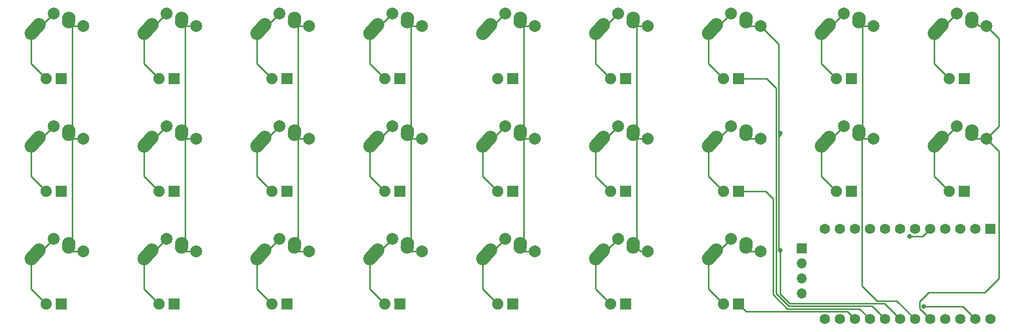
<source format=gbr>
%TF.GenerationSoftware,KiCad,Pcbnew,6.99.0*%
%TF.CreationDate,2022-01-01T23:32:49+11:00*%
%TF.ProjectId,help,68656c70-2e6b-4696-9361-645f70636258,rev?*%
%TF.SameCoordinates,Original*%
%TF.FileFunction,Copper,L1,Top*%
%TF.FilePolarity,Positive*%
%FSLAX46Y46*%
G04 Gerber Fmt 4.6, Leading zero omitted, Abs format (unit mm)*
G04 Created by KiCad (PCBNEW 6.99.0) date 2022-01-01 23:32:49*
%MOMM*%
%LPD*%
G01*
G04 APERTURE LIST*
G04 Aperture macros list*
%AMHorizOval*
0 Thick line with rounded ends*
0 $1 width*
0 $2 $3 position (X,Y) of the first rounded end (center of the circle)*
0 $4 $5 position (X,Y) of the second rounded end (center of the circle)*
0 Add line between two ends*
20,1,$1,$2,$3,$4,$5,0*
0 Add two circle primitives to create the rounded ends*
1,1,$1,$2,$3*
1,1,$1,$4,$5*%
G04 Aperture macros list end*
%TA.AperFunction,ComponentPad*%
%ADD10HorizOval,2.250000X0.654995X0.730004X-0.654995X-0.730004X0*%
%TD*%
%TA.AperFunction,ComponentPad*%
%ADD11C,2.250000*%
%TD*%
%TA.AperFunction,ComponentPad*%
%ADD12C,2.000000*%
%TD*%
%TA.AperFunction,ComponentPad*%
%ADD13HorizOval,2.250000X0.019771X0.290016X-0.019771X-0.290016X0*%
%TD*%
%TA.AperFunction,ComponentPad*%
%ADD14C,1.905000*%
%TD*%
%TA.AperFunction,ComponentPad*%
%ADD15R,1.905000X1.905000*%
%TD*%
%TA.AperFunction,ComponentPad*%
%ADD16R,1.700000X1.700000*%
%TD*%
%TA.AperFunction,ComponentPad*%
%ADD17O,1.700000X1.700000*%
%TD*%
%TA.AperFunction,ComponentPad*%
%ADD18R,1.752600X1.752600*%
%TD*%
%TA.AperFunction,ComponentPad*%
%ADD19C,1.752600*%
%TD*%
%TA.AperFunction,ViaPad*%
%ADD20C,0.800000*%
%TD*%
%TA.AperFunction,Conductor*%
%ADD21C,0.250000*%
%TD*%
G04 APERTURE END LIST*
D10*
%TO.P,SW25,1*%
%TO.N,Net-(SW25-Pad1)*%
X190519995Y-38004996D03*
D11*
X191175000Y-37275000D03*
D12*
X193675000Y-35375000D03*
D13*
%TO.P,SW25,2*%
%TO.N,col8*%
X196194771Y-36484984D03*
D11*
X196215000Y-36195000D03*
D12*
X198675000Y-37475000D03*
D14*
%TO.P,SW25,3*%
%TO.N,Net-(SW25-Pad1)*%
X192405000Y-46355000D03*
D15*
%TO.P,SW25,4*%
%TO.N,row0*%
X194945000Y-46355000D03*
%TD*%
D16*
%TO.P,J1,1,Pin_1*%
%TO.N,SDA*%
X167506250Y-75088750D03*
D17*
%TO.P,J1,2,Pin_2*%
%TO.N,SCL*%
X167506250Y-77628750D03*
%TO.P,J1,3,Pin_3*%
%TO.N,+5V*%
X167506250Y-80168750D03*
%TO.P,J1,4,Pin_4*%
%TO.N,GND*%
X167506250Y-82708750D03*
%TD*%
D10*
%TO.P,SW16,1*%
%TO.N,Net-(SW16-Pad1)*%
X133369995Y-38004996D03*
D11*
X134025000Y-37275000D03*
D12*
X136525000Y-35375000D03*
D13*
%TO.P,SW16,2*%
%TO.N,col5*%
X139044771Y-36484984D03*
D11*
X139065000Y-36195000D03*
D12*
X141525000Y-37475000D03*
D14*
%TO.P,SW16,3*%
%TO.N,Net-(SW16-Pad1)*%
X135255000Y-46355000D03*
D15*
%TO.P,SW16,4*%
%TO.N,row0*%
X137795000Y-46355000D03*
%TD*%
D10*
%TO.P,SW15,1*%
%TO.N,Net-(SW15-Pad1)*%
X114319995Y-76104996D03*
D11*
X114975000Y-75375000D03*
D12*
X117475000Y-73475000D03*
D13*
%TO.P,SW15,2*%
%TO.N,col4*%
X119994771Y-74584984D03*
D11*
X120015000Y-74295000D03*
D12*
X122475000Y-75575000D03*
D14*
%TO.P,SW15,3*%
%TO.N,Net-(SW15-Pad1)*%
X116205000Y-84455000D03*
D15*
%TO.P,SW15,4*%
%TO.N,row2*%
X118745000Y-84455000D03*
%TD*%
D10*
%TO.P,SW5,1*%
%TO.N,Net-(SW5-Pad1)*%
X57169995Y-57054996D03*
D11*
X57825000Y-56325000D03*
D12*
X60325000Y-54425000D03*
D13*
%TO.P,SW5,2*%
%TO.N,col1*%
X62844771Y-55534984D03*
D11*
X62865000Y-55245000D03*
D12*
X65325000Y-56525000D03*
D14*
%TO.P,SW5,3*%
%TO.N,Net-(SW5-Pad1)*%
X59055000Y-65405000D03*
D15*
%TO.P,SW5,4*%
%TO.N,row1*%
X61595000Y-65405000D03*
%TD*%
D10*
%TO.P,SW13,1*%
%TO.N,Net-(SW13-Pad1)*%
X114319995Y-38004996D03*
D11*
X114975000Y-37275000D03*
D12*
X117475000Y-35375000D03*
D13*
%TO.P,SW13,2*%
%TO.N,col4*%
X119994771Y-36484984D03*
D11*
X120015000Y-36195000D03*
D12*
X122475000Y-37475000D03*
D14*
%TO.P,SW13,3*%
%TO.N,Net-(SW13-Pad1)*%
X116205000Y-46355000D03*
D15*
%TO.P,SW13,4*%
%TO.N,row0*%
X118745000Y-46355000D03*
%TD*%
D10*
%TO.P,SW10,1*%
%TO.N,Net-(SW10-Pad1)*%
X95269995Y-38004996D03*
D11*
X95925000Y-37275000D03*
D12*
X98425000Y-35375000D03*
D13*
%TO.P,SW10,2*%
%TO.N,col3*%
X100944771Y-36484984D03*
D11*
X100965000Y-36195000D03*
D12*
X103425000Y-37475000D03*
D14*
%TO.P,SW10,3*%
%TO.N,Net-(SW10-Pad1)*%
X97155000Y-46355000D03*
D15*
%TO.P,SW10,4*%
%TO.N,row0*%
X99695000Y-46355000D03*
%TD*%
D10*
%TO.P,SW4,1*%
%TO.N,Net-(SW4-Pad1)*%
X57169995Y-38004996D03*
D11*
X57825000Y-37275000D03*
D12*
X60325000Y-35375000D03*
D13*
%TO.P,SW4,2*%
%TO.N,col1*%
X62844771Y-36484984D03*
D11*
X62865000Y-36195000D03*
D12*
X65325000Y-37475000D03*
D14*
%TO.P,SW4,3*%
%TO.N,Net-(SW4-Pad1)*%
X59055000Y-46355000D03*
D15*
%TO.P,SW4,4*%
%TO.N,row0*%
X61595000Y-46355000D03*
%TD*%
D10*
%TO.P,SW17,1*%
%TO.N,Net-(SW17-Pad1)*%
X133369995Y-57054996D03*
D11*
X134025000Y-56325000D03*
D12*
X136525000Y-54425000D03*
D13*
%TO.P,SW17,2*%
%TO.N,col5*%
X139044771Y-55534984D03*
D11*
X139065000Y-55245000D03*
D12*
X141525000Y-56525000D03*
D14*
%TO.P,SW17,3*%
%TO.N,Net-(SW17-Pad1)*%
X135255000Y-65405000D03*
D15*
%TO.P,SW17,4*%
%TO.N,row1*%
X137795000Y-65405000D03*
%TD*%
D10*
%TO.P,SW8,1*%
%TO.N,Net-(SW8-Pad1)*%
X76219995Y-57054996D03*
D11*
X76875000Y-56325000D03*
D12*
X79375000Y-54425000D03*
D13*
%TO.P,SW8,2*%
%TO.N,col2*%
X81894771Y-55534984D03*
D11*
X81915000Y-55245000D03*
D12*
X84375000Y-56525000D03*
D14*
%TO.P,SW8,3*%
%TO.N,Net-(SW8-Pad1)*%
X78105000Y-65405000D03*
D15*
%TO.P,SW8,4*%
%TO.N,row1*%
X80645000Y-65405000D03*
%TD*%
D10*
%TO.P,SW7,1*%
%TO.N,Net-(SW7-Pad1)*%
X76219995Y-38004996D03*
D11*
X76875000Y-37275000D03*
D12*
X79375000Y-35375000D03*
D13*
%TO.P,SW7,2*%
%TO.N,col2*%
X81894771Y-36484984D03*
D11*
X81915000Y-36195000D03*
D12*
X84375000Y-37475000D03*
D14*
%TO.P,SW7,3*%
%TO.N,Net-(SW7-Pad1)*%
X78105000Y-46355000D03*
D15*
%TO.P,SW7,4*%
%TO.N,row0*%
X80645000Y-46355000D03*
%TD*%
D10*
%TO.P,SW19,1*%
%TO.N,Net-(SW19-Pad1)*%
X152419995Y-38004996D03*
D11*
X153075000Y-37275000D03*
D12*
X155575000Y-35375000D03*
D13*
%TO.P,SW19,2*%
%TO.N,col6*%
X158094771Y-36484984D03*
D11*
X158115000Y-36195000D03*
D12*
X160575000Y-37475000D03*
D14*
%TO.P,SW19,3*%
%TO.N,Net-(SW19-Pad1)*%
X154305000Y-46355000D03*
D15*
%TO.P,SW19,4*%
%TO.N,row0*%
X156845000Y-46355000D03*
%TD*%
D18*
%TO.P,U1,1,TX0/PD3*%
%TO.N,unconnected-(U1-TX0/PD3)*%
X199333250Y-71755000D03*
D19*
%TO.P,U1,2,RX1/PD2*%
%TO.N,unconnected-(U1-RX1/PD2)*%
X196793250Y-71755000D03*
%TO.P,U1,3,GND*%
%TO.N,unconnected-(U1-GND)_1*%
X194253250Y-71755000D03*
%TO.P,U1,4,GND*%
%TO.N,unconnected-(U1-GND)*%
X191713250Y-71755000D03*
%TO.P,U1,5,2/PD1*%
%TO.N,SDA*%
X189173250Y-71755000D03*
%TO.P,U1,6,3/PD0*%
%TO.N,SCL*%
X186633250Y-71755000D03*
%TO.P,U1,7,4/PD4*%
%TO.N,col0*%
X184093250Y-71755000D03*
%TO.P,U1,8,5/PC6*%
%TO.N,col1*%
X181553250Y-71755000D03*
%TO.P,U1,9,6/PD7*%
%TO.N,col2*%
X179013250Y-71755000D03*
%TO.P,U1,10,7/PE6*%
%TO.N,col3*%
X176473250Y-71755000D03*
%TO.P,U1,11,8/PB4*%
%TO.N,col4*%
X173933250Y-71755000D03*
%TO.P,U1,12,9/PB5*%
%TO.N,col5*%
X171393250Y-71755000D03*
%TO.P,U1,13,10/PB6*%
%TO.N,unconnected-(U1-10/PB6)*%
X171393250Y-86995000D03*
%TO.P,U1,14,16/PB2*%
%TO.N,unconnected-(U1-16/PB2)*%
X173933250Y-86995000D03*
%TO.P,U1,15,14/PB3*%
%TO.N,row2*%
X176473250Y-86995000D03*
%TO.P,U1,16,15/PB1*%
%TO.N,row1*%
X179013250Y-86995000D03*
%TO.P,U1,17,A0/PF7*%
%TO.N,row0*%
X181553250Y-86995000D03*
%TO.P,U1,18,A1/PF6*%
%TO.N,col6*%
X184093250Y-86995000D03*
%TO.P,U1,19,A2/PF5*%
%TO.N,col7*%
X186633250Y-86995000D03*
%TO.P,U1,20,A3/PF4*%
%TO.N,col8*%
X189173250Y-86995000D03*
%TO.P,U1,21,VCC*%
%TO.N,+5V*%
X191713250Y-86995000D03*
%TO.P,U1,22,RST*%
%TO.N,unconnected-(U1-RST)*%
X194253250Y-86995000D03*
%TO.P,U1,23,GND*%
%TO.N,GND*%
X196793250Y-86995000D03*
%TO.P,U1,24,RAW*%
%TO.N,unconnected-(U1-RAW)*%
X199333250Y-86995000D03*
%TD*%
D10*
%TO.P,SW20,1*%
%TO.N,Net-(SW20-Pad1)*%
X152419995Y-57054996D03*
D11*
X153075000Y-56325000D03*
D12*
X155575000Y-54425000D03*
D13*
%TO.P,SW20,2*%
%TO.N,col6*%
X158094771Y-55534984D03*
D11*
X158115000Y-55245000D03*
D12*
X160575000Y-56525000D03*
D14*
%TO.P,SW20,3*%
%TO.N,Net-(SW20-Pad1)*%
X154305000Y-65405000D03*
D15*
%TO.P,SW20,4*%
%TO.N,row1*%
X156845000Y-65405000D03*
%TD*%
D10*
%TO.P,SW11,1*%
%TO.N,Net-(SW11-Pad1)*%
X95269995Y-57054996D03*
D11*
X95925000Y-56325000D03*
D12*
X98425000Y-54425000D03*
D13*
%TO.P,SW11,2*%
%TO.N,col3*%
X100944771Y-55534984D03*
D11*
X100965000Y-55245000D03*
D12*
X103425000Y-56525000D03*
D14*
%TO.P,SW11,3*%
%TO.N,Net-(SW11-Pad1)*%
X97155000Y-65405000D03*
D15*
%TO.P,SW11,4*%
%TO.N,row1*%
X99695000Y-65405000D03*
%TD*%
D10*
%TO.P,SW26,1*%
%TO.N,Net-(SW26-Pad1)*%
X190519995Y-57054996D03*
D11*
X191175000Y-56325000D03*
D12*
X193675000Y-54425000D03*
D13*
%TO.P,SW26,2*%
%TO.N,col8*%
X196194771Y-55534984D03*
D11*
X196215000Y-55245000D03*
D12*
X198675000Y-56525000D03*
D14*
%TO.P,SW26,3*%
%TO.N,Net-(SW26-Pad1)*%
X192405000Y-65405000D03*
D15*
%TO.P,SW26,4*%
%TO.N,row1*%
X194945000Y-65405000D03*
%TD*%
D10*
%TO.P,SW21,1*%
%TO.N,Net-(SW21-Pad1)*%
X152419995Y-76104996D03*
D11*
X153075000Y-75375000D03*
D12*
X155575000Y-73475000D03*
D13*
%TO.P,SW21,2*%
%TO.N,col6*%
X158094771Y-74584984D03*
D11*
X158115000Y-74295000D03*
D12*
X160575000Y-75575000D03*
D14*
%TO.P,SW21,3*%
%TO.N,Net-(SW21-Pad1)*%
X154305000Y-84455000D03*
D15*
%TO.P,SW21,4*%
%TO.N,row2*%
X156845000Y-84455000D03*
%TD*%
D10*
%TO.P,SW14,1*%
%TO.N,Net-(SW14-Pad1)*%
X114319995Y-57054996D03*
D11*
X114975000Y-56325000D03*
D12*
X117475000Y-54425000D03*
D13*
%TO.P,SW14,2*%
%TO.N,col4*%
X119994771Y-55534984D03*
D11*
X120015000Y-55245000D03*
D12*
X122475000Y-56525000D03*
D14*
%TO.P,SW14,3*%
%TO.N,Net-(SW14-Pad1)*%
X116205000Y-65405000D03*
D15*
%TO.P,SW14,4*%
%TO.N,row1*%
X118745000Y-65405000D03*
%TD*%
D10*
%TO.P,SW12,1*%
%TO.N,Net-(SW12-Pad1)*%
X95269995Y-76104996D03*
D11*
X95925000Y-75375000D03*
D12*
X98425000Y-73475000D03*
D13*
%TO.P,SW12,2*%
%TO.N,col3*%
X100944771Y-74584984D03*
D11*
X100965000Y-74295000D03*
D12*
X103425000Y-75575000D03*
D14*
%TO.P,SW12,3*%
%TO.N,Net-(SW12-Pad1)*%
X97155000Y-84455000D03*
D15*
%TO.P,SW12,4*%
%TO.N,row2*%
X99695000Y-84455000D03*
%TD*%
D10*
%TO.P,SW18,1*%
%TO.N,Net-(SW18-Pad1)*%
X133369995Y-76104996D03*
D11*
X134025000Y-75375000D03*
D12*
X136525000Y-73475000D03*
D13*
%TO.P,SW18,2*%
%TO.N,col5*%
X139044771Y-74584984D03*
D11*
X139065000Y-74295000D03*
D12*
X141525000Y-75575000D03*
D14*
%TO.P,SW18,3*%
%TO.N,Net-(SW18-Pad1)*%
X135255000Y-84455000D03*
D15*
%TO.P,SW18,4*%
%TO.N,row2*%
X137795000Y-84455000D03*
%TD*%
D10*
%TO.P,SW22,1*%
%TO.N,Net-(SW22-Pad1)*%
X171469995Y-38004996D03*
D11*
X172125000Y-37275000D03*
D12*
X174625000Y-35375000D03*
D13*
%TO.P,SW22,2*%
%TO.N,col7*%
X177144771Y-36484984D03*
D11*
X177165000Y-36195000D03*
D12*
X179625000Y-37475000D03*
D14*
%TO.P,SW22,3*%
%TO.N,Net-(SW22-Pad1)*%
X173355000Y-46355000D03*
D15*
%TO.P,SW22,4*%
%TO.N,row0*%
X175895000Y-46355000D03*
%TD*%
D10*
%TO.P,SW9,1*%
%TO.N,Net-(SW9-Pad1)*%
X76219995Y-76104996D03*
D11*
X76875000Y-75375000D03*
D12*
X79375000Y-73475000D03*
D13*
%TO.P,SW9,2*%
%TO.N,col2*%
X81894771Y-74584984D03*
D11*
X81915000Y-74295000D03*
D12*
X84375000Y-75575000D03*
D14*
%TO.P,SW9,3*%
%TO.N,Net-(SW9-Pad1)*%
X78105000Y-84455000D03*
D15*
%TO.P,SW9,4*%
%TO.N,row2*%
X80645000Y-84455000D03*
%TD*%
D10*
%TO.P,SW1,1*%
%TO.N,Net-(SW1-Pad1)*%
X38119995Y-38004996D03*
D11*
X38775000Y-37275000D03*
D12*
X41275000Y-35375000D03*
D13*
%TO.P,SW1,2*%
%TO.N,col0*%
X43794771Y-36484984D03*
D11*
X43815000Y-36195000D03*
D12*
X46275000Y-37475000D03*
D14*
%TO.P,SW1,3*%
%TO.N,Net-(SW1-Pad1)*%
X40005000Y-46355000D03*
D15*
%TO.P,SW1,4*%
%TO.N,row0*%
X42545000Y-46355000D03*
%TD*%
D10*
%TO.P,SW2,1*%
%TO.N,Net-(SW2-Pad1)*%
X38119995Y-57054996D03*
D11*
X38775000Y-56325000D03*
D12*
X41275000Y-54425000D03*
D13*
%TO.P,SW2,2*%
%TO.N,col0*%
X43794771Y-55534984D03*
D11*
X43815000Y-55245000D03*
D12*
X46275000Y-56525000D03*
D14*
%TO.P,SW2,3*%
%TO.N,Net-(SW2-Pad1)*%
X40005000Y-65405000D03*
D15*
%TO.P,SW2,4*%
%TO.N,row1*%
X42545000Y-65405000D03*
%TD*%
D10*
%TO.P,SW3,1*%
%TO.N,Net-(SW3-Pad1)*%
X38119995Y-76104996D03*
D11*
X38775000Y-75375000D03*
D12*
X41275000Y-73475000D03*
D13*
%TO.P,SW3,2*%
%TO.N,col0*%
X43794771Y-74584984D03*
D11*
X43815000Y-74295000D03*
D12*
X46275000Y-75575000D03*
D14*
%TO.P,SW3,3*%
%TO.N,Net-(SW3-Pad1)*%
X40005000Y-84455000D03*
D15*
%TO.P,SW3,4*%
%TO.N,row2*%
X42545000Y-84455000D03*
%TD*%
D10*
%TO.P,SW23,1*%
%TO.N,Net-(SW23-Pad1)*%
X171469995Y-57054996D03*
D11*
X172125000Y-56325000D03*
D12*
X174625000Y-54425000D03*
D13*
%TO.P,SW23,2*%
%TO.N,col7*%
X177144771Y-55534984D03*
D11*
X177165000Y-55245000D03*
D12*
X179625000Y-56525000D03*
D14*
%TO.P,SW23,3*%
%TO.N,Net-(SW23-Pad1)*%
X173355000Y-65405000D03*
D15*
%TO.P,SW23,4*%
%TO.N,row1*%
X175895000Y-65405000D03*
%TD*%
D10*
%TO.P,SW6,1*%
%TO.N,Net-(SW6-Pad1)*%
X57169995Y-76104996D03*
D11*
X57825000Y-75375000D03*
D12*
X60325000Y-73475000D03*
D13*
%TO.P,SW6,2*%
%TO.N,col1*%
X62844771Y-74584984D03*
D11*
X62865000Y-74295000D03*
D12*
X65325000Y-75575000D03*
D14*
%TO.P,SW6,3*%
%TO.N,Net-(SW6-Pad1)*%
X59055000Y-84455000D03*
D15*
%TO.P,SW6,4*%
%TO.N,row2*%
X61595000Y-84455000D03*
%TD*%
D20*
%TO.N,col6*%
X163892770Y-55562500D03*
X163892770Y-75406250D03*
%TO.N,SDA*%
X185737500Y-73025000D03*
%TO.N,GND*%
X188118750Y-84862000D03*
%TD*%
D21*
%TO.N,Net-(SW1-Pad1)*%
X37465000Y-38735000D02*
X37465000Y-43815000D01*
X41275000Y-35375000D02*
X37915000Y-38735000D01*
X37915000Y-38735000D02*
X37465000Y-38735000D01*
X37465000Y-43815000D02*
X40005000Y-46355000D01*
%TO.N,col0*%
X43775000Y-55825000D02*
X44475000Y-56525000D01*
X43775000Y-36775000D02*
X44450000Y-37450000D01*
X43775000Y-74875000D02*
X44475000Y-75575000D01*
X44475000Y-37475000D02*
X46275000Y-37475000D01*
X44475000Y-75575000D02*
X46275000Y-75575000D01*
X44450000Y-56500000D02*
X44450000Y-73660000D01*
X44475000Y-56525000D02*
X46275000Y-56525000D01*
X43775000Y-55825000D02*
X44450000Y-56500000D01*
X44450000Y-73660000D02*
X43815000Y-74295000D01*
X43775000Y-36775000D02*
X44475000Y-37475000D01*
X44450000Y-37450000D02*
X44450000Y-54610000D01*
X44450000Y-54610000D02*
X43815000Y-55245000D01*
%TO.N,Net-(SW2-Pad1)*%
X41275000Y-54425000D02*
X37915000Y-57785000D01*
X37465000Y-57785000D02*
X37465000Y-62865000D01*
X37915000Y-57785000D02*
X37465000Y-57785000D01*
X37465000Y-62865000D02*
X40005000Y-65405000D01*
%TO.N,Net-(SW3-Pad1)*%
X37915000Y-76835000D02*
X37465000Y-76835000D01*
X37465000Y-76835000D02*
X37465000Y-81915000D01*
X37465000Y-81915000D02*
X40005000Y-84455000D01*
X41275000Y-73475000D02*
X37915000Y-76835000D01*
%TO.N,Net-(SW4-Pad1)*%
X56515000Y-43815000D02*
X59055000Y-46355000D01*
X56965000Y-38735000D02*
X56515000Y-38735000D01*
X60325000Y-35375000D02*
X56965000Y-38735000D01*
X56515000Y-38735000D02*
X56515000Y-43815000D01*
%TO.N,col1*%
X63500000Y-56500000D02*
X63500000Y-73660000D01*
X62825000Y-36775000D02*
X63525000Y-37475000D01*
X62825000Y-74875000D02*
X63525000Y-75575000D01*
X63525000Y-56525000D02*
X65325000Y-56525000D01*
X62825000Y-55825000D02*
X62825000Y-56475000D01*
X63500000Y-55150000D02*
X62825000Y-55825000D01*
X62825000Y-55825000D02*
X63500000Y-56500000D01*
X62825000Y-36775000D02*
X63500000Y-37450000D01*
X63525000Y-75575000D02*
X65325000Y-75575000D01*
X63525000Y-37475000D02*
X65325000Y-37475000D01*
X63500000Y-37450000D02*
X63500000Y-55150000D01*
X62825000Y-55825000D02*
X63525000Y-56525000D01*
X63500000Y-73660000D02*
X62865000Y-74295000D01*
%TO.N,Net-(SW5-Pad1)*%
X56965000Y-57785000D02*
X56515000Y-57785000D01*
X56515000Y-57785000D02*
X56515000Y-62865000D01*
X56515000Y-62865000D02*
X59055000Y-65405000D01*
X60325000Y-54425000D02*
X56965000Y-57785000D01*
%TO.N,Net-(SW6-Pad1)*%
X56515000Y-76835000D02*
X56515000Y-81915000D01*
X60325000Y-73475000D02*
X56965000Y-76835000D01*
X56965000Y-76835000D02*
X56515000Y-76835000D01*
X56515000Y-81915000D02*
X59055000Y-84455000D01*
%TO.N,Net-(SW7-Pad1)*%
X75565000Y-43815000D02*
X78105000Y-46355000D01*
X79375000Y-35375000D02*
X76015000Y-38735000D01*
X76015000Y-38735000D02*
X75565000Y-38735000D01*
X75565000Y-38735000D02*
X75565000Y-43815000D01*
%TO.N,col2*%
X82018750Y-55825000D02*
X82550000Y-56356250D01*
X81875000Y-74875000D02*
X82575000Y-75575000D01*
X81875000Y-55825000D02*
X82550000Y-56500000D01*
X82575000Y-37475000D02*
X84375000Y-37475000D01*
X82575000Y-75575000D02*
X84375000Y-75575000D01*
X81875000Y-36775000D02*
X82575000Y-37475000D01*
X82550000Y-74200000D02*
X81875000Y-74875000D01*
X82575000Y-56525000D02*
X84375000Y-56525000D01*
X82550000Y-54610000D02*
X81915000Y-55245000D01*
X81875000Y-55825000D02*
X82575000Y-56525000D01*
X82550000Y-37450000D02*
X82550000Y-54610000D01*
X81875000Y-55825000D02*
X82018750Y-55825000D01*
X82550000Y-56500000D02*
X82550000Y-74200000D01*
X81875000Y-36775000D02*
X82018750Y-36775000D01*
X81875000Y-36775000D02*
X82550000Y-37450000D01*
%TO.N,Net-(SW8-Pad1)*%
X75565000Y-57785000D02*
X75565000Y-62865000D01*
X75565000Y-62865000D02*
X78105000Y-65405000D01*
X76015000Y-57785000D02*
X75565000Y-57785000D01*
X79375000Y-54425000D02*
X76015000Y-57785000D01*
%TO.N,Net-(SW9-Pad1)*%
X75565000Y-81915000D02*
X78105000Y-84455000D01*
X79375000Y-73475000D02*
X76015000Y-76835000D01*
X76015000Y-76835000D02*
X75565000Y-76835000D01*
X75565000Y-76835000D02*
X75565000Y-81915000D01*
%TO.N,Net-(SW10-Pad1)*%
X94615000Y-38735000D02*
X94615000Y-43815000D01*
X95065000Y-38735000D02*
X94615000Y-38735000D01*
X98425000Y-35375000D02*
X95065000Y-38735000D01*
X94615000Y-43815000D02*
X97155000Y-46355000D01*
%TO.N,col3*%
X101625000Y-75575000D02*
X103425000Y-75575000D01*
X101625000Y-37475000D02*
X103425000Y-37475000D01*
X100925000Y-55825000D02*
X101600000Y-56500000D01*
X101600000Y-74200000D02*
X100925000Y-74875000D01*
X101600000Y-54610000D02*
X100965000Y-55245000D01*
X101600000Y-37450000D02*
X101600000Y-54610000D01*
X100925000Y-55825000D02*
X101625000Y-56525000D01*
X101600000Y-56500000D02*
X101600000Y-74200000D01*
X101625000Y-56525000D02*
X103425000Y-56525000D01*
X100925000Y-36775000D02*
X101625000Y-37475000D01*
X100925000Y-36775000D02*
X101600000Y-37450000D01*
X100925000Y-74875000D02*
X101625000Y-75575000D01*
%TO.N,Net-(SW11-Pad1)*%
X98425000Y-54425000D02*
X95065000Y-57785000D01*
X94615000Y-57785000D02*
X94615000Y-62865000D01*
X94615000Y-62865000D02*
X97155000Y-65405000D01*
X95065000Y-57785000D02*
X94615000Y-57785000D01*
%TO.N,Net-(SW12-Pad1)*%
X95065000Y-76835000D02*
X94615000Y-76835000D01*
X94615000Y-76835000D02*
X94615000Y-81915000D01*
X94615000Y-81915000D02*
X97155000Y-84455000D01*
X98425000Y-73475000D02*
X95065000Y-76835000D01*
%TO.N,Net-(SW13-Pad1)*%
X117475000Y-35375000D02*
X114115000Y-38735000D01*
X114115000Y-38735000D02*
X113665000Y-38735000D01*
%TO.N,col4*%
X120650000Y-74200000D02*
X119975000Y-74875000D01*
X120675000Y-56525000D02*
X122475000Y-56525000D01*
X120650000Y-37450000D02*
X120650000Y-55150000D01*
X119975000Y-36775000D02*
X120650000Y-37450000D01*
X120675000Y-37475000D02*
X122475000Y-37475000D01*
X119975000Y-55825000D02*
X120650000Y-56500000D01*
X120675000Y-75575000D02*
X122475000Y-75575000D01*
X119975000Y-55825000D02*
X120675000Y-56525000D01*
X119975000Y-36775000D02*
X120675000Y-37475000D01*
X120650000Y-56500000D02*
X120650000Y-74200000D01*
X119975000Y-74875000D02*
X120675000Y-75575000D01*
X120650000Y-55150000D02*
X119975000Y-55825000D01*
%TO.N,Net-(SW14-Pad1)*%
X113665000Y-57785000D02*
X113665000Y-62865000D01*
X114115000Y-57785000D02*
X113665000Y-57785000D01*
X117475000Y-54425000D02*
X114115000Y-57785000D01*
X113665000Y-62865000D02*
X116205000Y-65405000D01*
%TO.N,Net-(SW15-Pad1)*%
X113665000Y-76835000D02*
X113665000Y-81915000D01*
X114115000Y-76835000D02*
X113665000Y-76835000D01*
X117475000Y-73475000D02*
X114115000Y-76835000D01*
X113665000Y-81915000D02*
X116205000Y-84455000D01*
%TO.N,Net-(SW16-Pad1)*%
X132715000Y-43815000D02*
X135255000Y-46355000D01*
X132715000Y-38735000D02*
X132715000Y-43815000D01*
X136525000Y-35375000D02*
X133165000Y-38735000D01*
X133165000Y-38735000D02*
X132715000Y-38735000D01*
%TO.N,col5*%
X139065000Y-74295000D02*
X140345000Y-75575000D01*
X139025000Y-55825000D02*
X139700000Y-56500000D01*
X139725000Y-56525000D02*
X141525000Y-56525000D01*
X139025000Y-36775000D02*
X139700000Y-37450000D01*
X140345000Y-75575000D02*
X141525000Y-75575000D01*
X139025000Y-36775000D02*
X139725000Y-37475000D01*
X139700000Y-54610000D02*
X139065000Y-55245000D01*
X139700000Y-37450000D02*
X139700000Y-54610000D01*
X139700000Y-56500000D02*
X139700000Y-74200000D01*
X139700000Y-74200000D02*
X139025000Y-74875000D01*
X139725000Y-37475000D02*
X141525000Y-37475000D01*
X139025000Y-55825000D02*
X139725000Y-56525000D01*
%TO.N,Net-(SW17-Pad1)*%
X132715000Y-62865000D02*
X135255000Y-65405000D01*
X133165000Y-57785000D02*
X132715000Y-57785000D01*
X136525000Y-54425000D02*
X133165000Y-57785000D01*
X132715000Y-57785000D02*
X132715000Y-62865000D01*
%TO.N,Net-(SW18-Pad1)*%
X133165000Y-76835000D02*
X132715000Y-76835000D01*
X132715000Y-81915000D02*
X135255000Y-84455000D01*
X136525000Y-73475000D02*
X133165000Y-76835000D01*
X132715000Y-76835000D02*
X132715000Y-81915000D01*
%TO.N,Net-(SW19-Pad1)*%
X151765000Y-43815000D02*
X154305000Y-46355000D01*
X152215000Y-38735000D02*
X151765000Y-38735000D01*
X155575000Y-35375000D02*
X152215000Y-38735000D01*
X151765000Y-38735000D02*
X151765000Y-43815000D01*
%TO.N,col6*%
X158775000Y-56525000D02*
X160575000Y-56525000D01*
X163617790Y-75131270D02*
X163892770Y-75406250D01*
X163892770Y-55975980D02*
X163617790Y-56250960D01*
X163892770Y-82796814D02*
X165472396Y-84376440D01*
X158075000Y-74875000D02*
X158775000Y-75575000D01*
X181474690Y-84376440D02*
X184093250Y-86995000D01*
X158075000Y-36775000D02*
X158775000Y-37475000D01*
X158775000Y-75575000D02*
X160575000Y-75575000D01*
X163892770Y-75406250D02*
X163892770Y-82796814D01*
X163892770Y-55562500D02*
X163892770Y-55975980D01*
X160575000Y-37475000D02*
X163617790Y-40517790D01*
X158075000Y-55825000D02*
X158775000Y-56525000D01*
X165472396Y-84376440D02*
X181474690Y-84376440D01*
X158775000Y-37475000D02*
X160575000Y-37475000D01*
X163617790Y-40517790D02*
X163617790Y-56250960D01*
X163617790Y-56250960D02*
X163617790Y-75131270D01*
%TO.N,Net-(SW20-Pad1)*%
X151765000Y-62865000D02*
X154305000Y-65405000D01*
X151765000Y-57785000D02*
X151765000Y-62865000D01*
X152215000Y-57785000D02*
X151765000Y-57785000D01*
X155575000Y-54425000D02*
X152215000Y-57785000D01*
%TO.N,Net-(SW21-Pad1)*%
X151765000Y-81915000D02*
X154305000Y-84455000D01*
X155575000Y-73475000D02*
X152215000Y-76835000D01*
X152215000Y-76835000D02*
X151765000Y-76835000D01*
X151765000Y-76835000D02*
X151765000Y-81915000D01*
%TO.N,Net-(SW22-Pad1)*%
X171265000Y-38735000D02*
X170815000Y-38735000D01*
X170815000Y-38735000D02*
X170815000Y-43815000D01*
X170815000Y-43815000D02*
X173355000Y-46355000D01*
X174625000Y-35375000D02*
X171265000Y-38735000D01*
%TO.N,col7*%
X183565170Y-83926920D02*
X180181250Y-83926920D01*
X177125000Y-55825000D02*
X177825000Y-56525000D01*
X186633250Y-86995000D02*
X183565170Y-83926920D01*
X177674061Y-56374061D02*
X177125000Y-55825000D01*
X177825000Y-56525000D02*
X179625000Y-56525000D01*
X177800000Y-37450000D02*
X177800000Y-55150000D01*
X177125000Y-36775000D02*
X177825000Y-37475000D01*
X177800000Y-55150000D02*
X177125000Y-55825000D01*
X177125000Y-36775000D02*
X177800000Y-37450000D01*
X180181250Y-83926920D02*
X177674061Y-81419731D01*
X177674061Y-81419731D02*
X177674061Y-56374061D01*
X177825000Y-37475000D02*
X179625000Y-37475000D01*
%TO.N,Net-(SW23-Pad1)*%
X170815000Y-62865000D02*
X173355000Y-65405000D01*
X170815000Y-57785000D02*
X170815000Y-62865000D01*
X174625000Y-54425000D02*
X171265000Y-57785000D01*
X171265000Y-57785000D02*
X170815000Y-57785000D01*
%TO.N,Net-(SW25-Pad1)*%
X189865000Y-43815000D02*
X192405000Y-46355000D01*
X189865000Y-38735000D02*
X189865000Y-43815000D01*
X190315000Y-38735000D02*
X189865000Y-38735000D01*
X193675000Y-35375000D02*
X190315000Y-38735000D01*
%TO.N,col8*%
X200818750Y-80168750D02*
X200818750Y-58668750D01*
X198675000Y-56525000D02*
X200818750Y-54381250D01*
X200818750Y-54381250D02*
X200818750Y-39618750D01*
X196875000Y-56525000D02*
X198675000Y-56525000D01*
X196175000Y-55825000D02*
X196875000Y-56525000D01*
X197495000Y-37475000D02*
X198675000Y-37475000D01*
X187394239Y-84068261D02*
X188912500Y-82550000D01*
X196215000Y-36195000D02*
X197495000Y-37475000D01*
X188912500Y-82550000D02*
X198437500Y-82550000D01*
X198437500Y-82550000D02*
X200818750Y-80168750D01*
X200818750Y-58668750D02*
X198675000Y-56525000D01*
X189173250Y-86995000D02*
X187394239Y-85215989D01*
X200818750Y-39618750D02*
X198675000Y-37475000D01*
X187394239Y-85215989D02*
X187394239Y-84068261D01*
%TO.N,Net-(SW26-Pad1)*%
X189865000Y-62865000D02*
X192405000Y-65405000D01*
X189865000Y-57785000D02*
X189865000Y-62865000D01*
X193675000Y-54425000D02*
X190315000Y-57785000D01*
X190315000Y-57785000D02*
X189865000Y-57785000D01*
%TO.N,SDA*%
X187903250Y-73025000D02*
X185737500Y-73025000D01*
X189173250Y-71755000D02*
X187903250Y-73025000D01*
%TO.N,row2*%
X176473250Y-86995000D02*
X175203250Y-85725000D01*
X175203250Y-85725000D02*
X158115000Y-85725000D01*
X158115000Y-85725000D02*
X156845000Y-84455000D01*
%TO.N,row1*%
X161448750Y-65405000D02*
X162718750Y-66675000D01*
X179013250Y-86995000D02*
X177293730Y-85275480D01*
X165100000Y-85275480D02*
X162718750Y-82894230D01*
X156845000Y-65405000D02*
X161448750Y-65405000D01*
X162718750Y-82894230D02*
X162718750Y-66675000D01*
X177293730Y-85275480D02*
X165100000Y-85275480D01*
%TO.N,row0*%
X161554040Y-46355000D02*
X163168270Y-47969230D01*
X156845000Y-46355000D02*
X161554040Y-46355000D01*
X179384210Y-84825960D02*
X165286198Y-84825960D01*
X181553250Y-86995000D02*
X179384210Y-84825960D01*
X163168270Y-82708032D02*
X163168270Y-47969230D01*
X165286198Y-84825960D02*
X163168270Y-82708032D01*
%TO.N,GND*%
X194660250Y-84862000D02*
X196793250Y-86995000D01*
X188118750Y-84862000D02*
X194660250Y-84862000D01*
%TD*%
M02*

</source>
